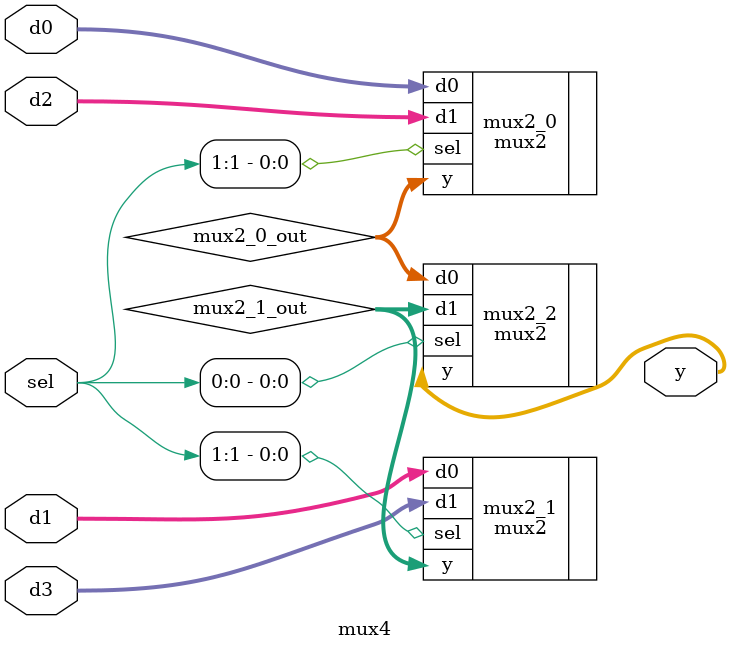
<source format=v>
module mux4
  #(parameter WIDTH = 64)
   (d0,d1,d2,d3,sel,y);

   input [WIDTH-1:0] d0;
   input [WIDTH-1:0] d1;
   input [WIDTH-1:0] d2;
   input [WIDTH-1:0] d3;
   input [1:0]	     sel;
   output wire [WIDTH-1:0] y;   
   wire  [WIDTH-1:0] mux2_0_out;
   wire  [WIDTH-1:0] mux2_1_out;
  
  mux2 #(.WIDTH(WIDTH)) mux2_0(.d0(d0), .d1(d2), .sel(sel[1]), .y(mux2_0_out));
  mux2 #(.WIDTH(WIDTH)) mux2_1(.d0(d1), .d1(d3), .sel(sel[1]), .y(mux2_1_out));

  mux2 #(.WIDTH(WIDTH)) mux2_2(.d0(mux2_0_out), .d1(mux2_1_out), .sel(sel[0]), .y(y));

endmodule

</source>
